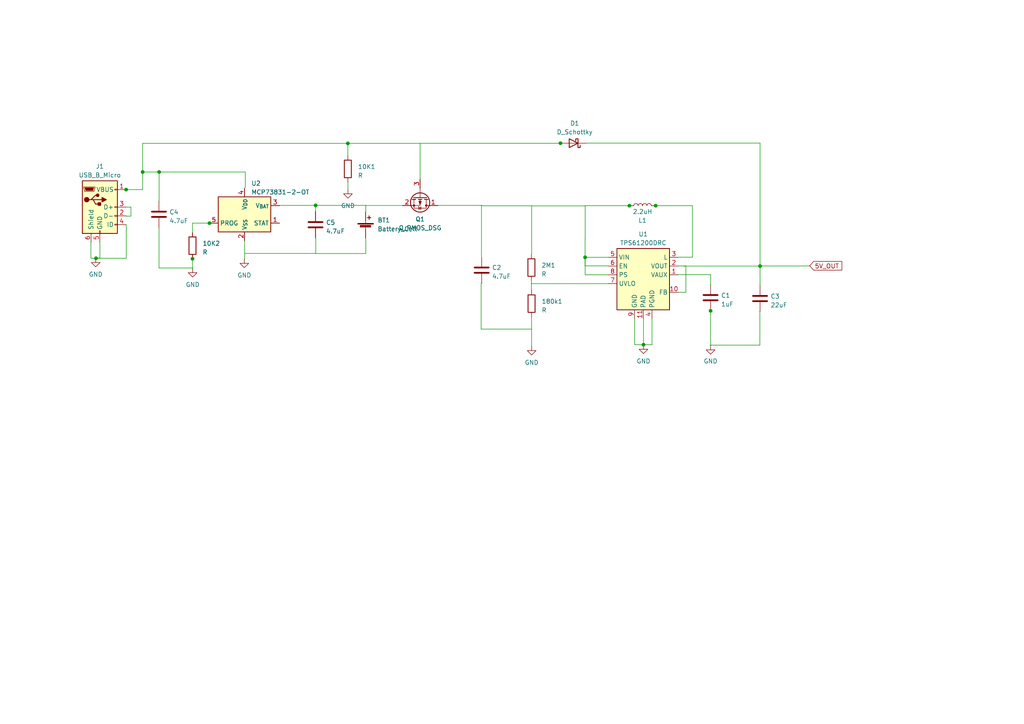
<source format=kicad_sch>
(kicad_sch (version 20230121) (generator eeschema)
  (paper "A4")
  (lib_symbols
    (symbol "Battery_Management:MCP73831-2-OT"
      (property "Reference" "U" (at -7.62 6.35 0))
      (property "Value" "MCP73831-2-OT" (at 1.27 6.35 0))
      (symbol "MCP73831-2-OT_0_1"
        (rectangle (start -7.62 5.08) (end 7.62 -5.08) (stroke (width 0.254)) (fill (type background)))
      )
      (symbol "MCP73831-2-OT_1_1"
        (pin output line (at 10.16 -2.54 180) (length 2.54) (name "STAT") (number "1"))
        (pin power_in line (at 0 -7.62 90) (length 2.54) (name "V_{SS}") (number "2"))
        (pin power_out line (at 10.16 2.54 180) (length 2.54) (name "V_{BAT}") (number "3"))
        (pin power_in line (at 0 7.62 270) (length 2.54) (name "V_{DD}") (number "4"))
        (pin input line (at -10.16 -2.54 0) (length 2.54) (name "PROG") (number "5"))
      )
    )
    (symbol "Connector:USB_B_Micro" (pin_names (offset 1.016))
      (property "Reference" "J" (at -5.08 11.43 0))
      (property "Value" "USB_B_Micro" (at -5.08 8.89 0))
      (symbol "USB_B_Micro_0_1"
        (rectangle (start -5.08 -7.62) (end 5.08 7.62) (stroke (width 0.254)) (fill (type background)))
        (circle (center -3.81 2.159) (radius 0.635) (stroke (width 0.254)) (fill (type outline)))
        (circle (center -0.635 3.429) (radius 0.381) (stroke (width 0.254)) (fill (type outline)))
        (rectangle (start -0.127 -7.62) (end 0.127 -6.858))
        (polyline (pts (xy -1.905 2.159) (xy 0.635 2.159)) (stroke (width 0.254)))
        (polyline (pts (xy -3.175 2.159) (xy -2.54 2.159) (xy -1.27 3.429) (xy -0.635 3.429)) (stroke (width 0.254)))
        (polyline (pts (xy -2.54 2.159) (xy -1.905 2.159) (xy -1.27 0.889) (xy 0 0.889)) (stroke (width 0.254)))
        (polyline (pts (xy 0.635 2.794) (xy 0.635 1.524) (xy 1.905 2.159) (xy 0.635 2.794)) (stroke (width 0.254)) (fill (type outline)))
        (polyline (pts (xy -4.318 5.588) (xy -1.778 5.588) (xy -2.032 4.826) (xy -4.064 4.826) (xy -4.318 5.588)) (fill (type outline)))
        (polyline (pts (xy -4.699 5.842) (xy -4.699 5.588) (xy -4.445 4.826) (xy -4.445 4.572) (xy -1.651 4.572) (xy -1.651 4.826) (xy -1.397 5.588) (xy -1.397 5.842) (xy -4.699 5.842)))
        (rectangle (start 0.254 1.27) (end -0.508 0.508) (stroke (width 0.254)) (fill (type outline)))
        (rectangle (start 5.08 -5.207) (end 4.318 -4.953))
        (rectangle (start 5.08 -2.667) (end 4.318 -2.413))
        (rectangle (start 5.08 -0.127) (end 4.318 0.127))
        (rectangle (start 5.08 4.953) (end 4.318 5.207))
      )
      (symbol "USB_B_Micro_1_1"
        (pin power_out line (at 7.62 5.08 180) (length 2.54) (name "VBUS") (number "1"))
        (pin bidirectional line (at 7.62 -2.54 180) (length 2.54) (name "D-") (number "2"))
        (pin bidirectional line (at 7.62 0 180) (length 2.54) (name "D+") (number "3"))
        (pin passive line (at 7.62 -5.08 180) (length 2.54) (name "ID") (number "4"))
        (pin power_out line (at 0 -10.16 90) (length 2.54) (name "GND") (number "5"))
        (pin passive line (at -2.54 -10.16 90) (length 2.54) (name "Shield") (number "6"))
      )
    )
    (symbol "Device:Battery_Cell" (pin_numbers hide) (pin_names (offset 0) hide)
      (property "Reference" "BT" (at 2.54 2.54 0))
      (property "Value" "Battery_Cell" (at 2.54 0 0))
      (symbol "Battery_Cell_0_1"
        (rectangle (start -2.286 1.778) (end 2.286 1.524) (fill (type outline)))
        (rectangle (start -1.5748 1.1938) (end 1.4732 0.6858) (fill (type outline)))
        (polyline (pts (xy 0 0.762) (xy 0 0)))
        (polyline (pts (xy 0 1.778) (xy 0 2.54)))
        (polyline (pts (xy 0.508 3.429) (xy 1.524 3.429)) (stroke (width 0.254)))
        (polyline (pts (xy 1.016 3.937) (xy 1.016 2.921)) (stroke (width 0.254)))
      )
      (symbol "Battery_Cell_1_1"
        (pin passive line (at 0 5.08 270) (length 2.54) (name "+") (number "1"))
        (pin passive line (at 0 -2.54 90) (length 2.54) (name "-") (number "2"))
      )
    )
    (symbol "Device:C" (pin_numbers hide) (pin_names (offset 0.254))
      (property "Reference" "C" (at 0.635 2.54 0))
      (property "Value" "C" (at 0.635 -2.54 0))
      (symbol "C_0_1"
        (polyline (pts (xy -2.032 -0.762) (xy 2.032 -0.762)) (stroke (width 0.508)))
        (polyline (pts (xy -2.032 0.762) (xy 2.032 0.762)) (stroke (width 0.508)))
      )
      (symbol "C_1_1"
        (pin passive line (at 0 3.81 270) (length 2.794) (name "~") (number "1"))
        (pin passive line (at 0 -3.81 90) (length 2.794) (name "~") (number "2"))
      )
    )
    (symbol "Device:D_Schottky" (pin_numbers hide) (pin_names (offset 1.016) hide)
      (property "Reference" "D" (at 0 2.54 0))
      (property "Value" "D_Schottky" (at 0 -2.54 0))
      (symbol "D_Schottky_0_1"
        (polyline (pts (xy 1.27 0) (xy -1.27 0)))
        (polyline (pts (xy 1.27 1.27) (xy 1.27 -1.27) (xy -1.27 0) (xy 1.27 1.27)) (stroke (width 0.254)))
        (polyline (pts (xy -1.905 0.635) (xy -1.905 1.27) (xy -1.27 1.27) (xy -1.27 -1.27) (xy -0.635 -1.27) (xy -0.635 -0.635)) (stroke (width 0.254)))
      )
      (symbol "D_Schottky_1_1"
        (pin passive line (at -3.81 0 0) (length 2.54) (name "K") (number "1"))
        (pin passive line (at 3.81 0 180) (length 2.54) (name "A") (number "2"))
      )
    )
    (symbol "Device:L" (pin_numbers hide) (pin_names (offset 1.016) hide)
      (property "Reference" "L" (at -1.27 0 90))
      (property "Value" "L" (at 1.905 0 90))
      (symbol "L_0_1"
        (arc (start 0 -2.54) (mid 0.6323 -1.905) (end 0 -1.27))
        (arc (start 0 -1.27) (mid 0.6323 -0.635) (end 0 0))
        (arc (start 0 0) (mid 0.6323 0.635) (end 0 1.27))
        (arc (start 0 1.27) (mid 0.6323 1.905) (end 0 2.54))
      )
      (symbol "L_1_1"
        (pin passive line (at 0 3.81 270) (length 1.27) (name "1") (number "1"))
        (pin passive line (at 0 -3.81 90) (length 1.27) (name "2") (number "2"))
      )
    )
    (symbol "Device:Q_PMOS_DSG" (pin_names (offset 0) hide)
      (property "Reference" "Q" (at 5.08 1.27 0))
      (property "Value" "Q_PMOS_DSG" (at 5.08 -1.27 0))
      (symbol "Q_PMOS_DSG_0_1"
        (polyline (pts (xy 0.254 0) (xy -2.54 0)))
        (polyline (pts (xy 0.254 1.905) (xy 0.254 -1.905)) (stroke (width 0.254)))
        (polyline (pts (xy 0.762 -1.27) (xy 0.762 -2.286)) (stroke (width 0.254)))
        (polyline (pts (xy 0.762 0.508) (xy 0.762 -0.508)) (stroke (width 0.254)))
        (polyline (pts (xy 0.762 2.286) (xy 0.762 1.27)) (stroke (width 0.254)))
        (polyline (pts (xy 2.54 2.54) (xy 2.54 1.778)))
        (polyline (pts (xy 2.54 -2.54) (xy 2.54 0) (xy 0.762 0)))
        (polyline (pts (xy 0.762 1.778) (xy 3.302 1.778) (xy 3.302 -1.778) (xy 0.762 -1.778)))
        (polyline (pts (xy 2.286 0) (xy 1.27 0.381) (xy 1.27 -0.381) (xy 2.286 0)) (fill (type outline)))
        (polyline (pts (xy 2.794 -0.508) (xy 2.921 -0.381) (xy 3.683 -0.381) (xy 3.81 -0.254)))
        (polyline (pts (xy 3.302 -0.381) (xy 2.921 0.254) (xy 3.683 0.254) (xy 3.302 -0.381)))
        (circle (center 1.651 0) (radius 2.794) (stroke (width 0.254)))
        (circle (center 2.54 -1.778) (radius 0.254) (fill (type outline)))
        (circle (center 2.54 1.778) (radius 0.254) (fill (type outline)))
      )
      (symbol "Q_PMOS_DSG_1_1"
        (pin passive line (at 2.54 5.08 270) (length 2.54) (name "D") (number "1"))
        (pin passive line (at 2.54 -5.08 90) (length 2.54) (name "S") (number "2"))
        (pin input line (at -5.08 0 0) (length 2.54) (name "G") (number "3"))
      )
    )
    (symbol "Device:R" (pin_numbers hide) (pin_names (offset 0))
      (property "Reference" "R" (at 2.032 0 90))
      (property "Value" "R" (at 0 0 90))
      (symbol "R_0_1"
        (rectangle (start -1.016 -2.54) (end 1.016 2.54) (stroke (width 0.254)))
      )
      (symbol "R_1_1"
        (pin passive line (at 0 3.81 270) (length 1.27) (name "~") (number "1"))
        (pin passive line (at 0 -3.81 90) (length 1.27) (name "~") (number "2"))
      )
    )
    (symbol "Regulator_Switching:TPS61200DRC"
      (property "Reference" "U" (at -10.16 8.89 0))
      (property "Value" "TPS61200DRC" (at -2.54 8.89 0))
      (symbol "TPS61200DRC_0_1"
        (rectangle (start -7.62 7.62) (end 7.62 -10.16) (stroke (width 0.254)) (fill (type background)))
      )
      (symbol "TPS61200DRC_1_1"
        (pin bidirectional line (at 10.16 0 180) (length 2.54) (name "VAUX") (number "1"))
        (pin input line (at 10.16 -5.08 180) (length 2.54) (name "FB") (number "10"))
        (pin power_in line (at 0 -12.7 90) (length 2.54) (name "PAD") (number "11"))
        (pin power_out line (at 10.16 2.54 180) (length 2.54) (name "VOUT") (number "2"))
        (pin input line (at 10.16 5.08 180) (length 2.54) (name "L") (number "3"))
        (pin power_in line (at 2.54 -12.7 90) (length 2.54) (name "PGND") (number "4"))
        (pin power_in line (at -10.16 5.08 0) (length 2.54) (name "VIN") (number "5"))
        (pin input line (at -10.16 2.54 0) (length 2.54) (name "EN") (number "6"))
        (pin input line (at -10.16 -2.54 0) (length 2.54) (name "UVLO") (number "7"))
        (pin input line (at -10.16 0 0) (length 2.54) (name "PS") (number "8"))
        (pin power_in line (at -2.54 -12.7 90) (length 2.54) (name "GND") (number "9"))
      )
    )
    (symbol "power:GND" (power) (pin_names (offset 0))
      (property "Value" "GND" (at 0 -3.81 0))
      (symbol "GND_0_1"
        (polyline (pts (xy 0 0) (xy 0 -1.27) (xy 1.27 -1.27) (xy 0 -2.54) (xy -1.27 -1.27) (xy 0 -1.27)))
      )
      (symbol "GND_1_1"
        (pin power_in line (at 0 0 270) (length 0) hide (name "GND") (number "1"))
      )
    )
  )
  (junction (at 27.8384 74.9046))
  (junction (at 46.1518 49.8856))
  (junction (at 41.3766 49.8856))
  (junction (at 169.6974 74.6252))
  (junction (at 100.8888 41.5798))
  (junction (at 220.4466 77.1652))
  (junction (at 190.1698 59.6646))
  (junction (at 55.8292 75.057))
  (junction (at 60.7568 64.7192))
  (junction (at 162.56 41.529))
  (junction (at 186.6392 99.9744))
  (junction (at 206.0956 90.1446))
  (junction (at 36.576 54.991))
  (junction (at 182.5498 59.6646))
  (junction (at 91.5416 59.563))
  (wire (pts (xy 71.1454 54.4322) (xy 71.1454 49.8856)))
  (wire (pts (xy 55.8292 64.7192) (xy 60.7568 64.7192)))
  (wire (pts (xy 186.6392 99.949) (xy 186.6392 99.9744)))
  (wire (pts (xy 70.8914 75.1078) (xy 70.9422 75.1078)))
  (wire (pts (xy 41.3766 49.8856) (xy 46.1518 49.8856)))
  (wire (pts (xy 169.7228 69.3166) (xy 169.7228 59.6646)))
  (wire (pts (xy 169.7228 59.6646) (xy 182.5498 59.6646)))
  (wire (pts (xy 139.5476 82.0674) (xy 139.5476 95.4532)))
  (wire (pts (xy 206.0956 90.1446) (xy 206.0956 100.1268)))
  (wire (pts (xy 234.7976 77.1398) (xy 234.7976 77.0636)))
  (wire (pts (xy 55.9562 75.0316) (xy 55.9562 75.1332)))
  (wire (pts (xy 46.1518 49.8856) (xy 71.1454 49.8856)))
  (wire (pts (xy 154.2034 73.7616) (xy 154.2034 59.7154)))
  (wire (pts (xy 36.576 54.991) (xy 41.3766 54.991)))
  (wire (pts (xy 220.3958 100.1014) (xy 206.121 100.1014)))
  (wire (pts (xy 234.7722 77.0636) (xy 234.7976 77.0636)))
  (wire (pts (xy 41.3766 41.5798) (xy 100.8888 41.5798)))
  (wire (pts (xy 106.0958 73.533) (xy 91.5416 73.533)))
  (wire (pts (xy 27.8384 74.9046) (xy 36.6268 74.9046)))
  (wire (pts (xy 170.2308 41.5036) (xy 220.4466 41.5036)))
  (wire (pts (xy 55.9562 75.1332) (xy 55.9054 75.1332)))
  (wire (pts (xy 27.8384 74.8284) (xy 27.8384 74.9046)))
  (wire (pts (xy 106.0958 61.5188) (xy 106.0958 59.563)))
  (wire (pts (xy 55.8038 77.851) (xy 55.8292 77.851)))
  (wire (pts (xy 196.6976 77.1398) (xy 198.9328 77.1398)))
  (wire (pts (xy 55.8292 75.057) (xy 55.8292 77.851)))
  (wire (pts (xy 190.1698 59.6646) (xy 200.8378 59.6646)))
  (wire (pts (xy 169.6974 77.1144) (xy 169.6974 74.6252)))
  (wire (pts (xy 169.6974 74.6252) (xy 176.3522 74.6252)))
  (wire (pts (xy 55.9054 75.0316) (xy 55.9562 75.0316)))
  (wire (pts (xy 196.723 79.6544) (xy 206.121 79.6544)))
  (wire (pts (xy 46.1264 77.724) (xy 55.9054 77.724)))
  (wire (pts (xy 55.8292 67.3354) (xy 55.8292 64.7192)))
  (wire (pts (xy 200.8378 74.5998) (xy 200.8378 59.6646)))
  (wire (pts (xy 37.973 60.071) (xy 37.973 62.6872)))
  (wire (pts (xy 176.4538 82.2706) (xy 154.178 82.2706)))
  (wire (pts (xy 28.9814 74.8538) (xy 27.7622 74.8538)))
  (wire (pts (xy 154.2034 59.7154) (xy 169.8752 59.7154)))
  (wire (pts (xy 36.6014 62.6872) (xy 36.6014 62.738)))
  (wire (pts (xy 220.472 77.1398) (xy 234.7976 77.1398)))
  (wire (pts (xy 184.0738 92.3798) (xy 184.0738 99.9744)))
  (wire (pts (xy 121.8438 41.5544) (xy 162.56 41.5544)))
  (wire (pts (xy 169.6974 69.342) (xy 169.6974 74.6252)))
  (wire (pts (xy 28.9814 70.0786) (xy 28.9814 74.8538)))
  (wire (pts (xy 205.9686 100.1268) (xy 205.9686 100.076)))
  (wire (pts (xy 41.3766 49.8856) (xy 41.3766 41.5798)))
  (wire (pts (xy 139.6492 74.3966) (xy 139.6492 59.69)))
  (wire (pts (xy 154.1272 84.2518) (xy 154.1526 84.2518)))
  (wire (pts (xy 206.0702 82.6008) (xy 206.121 82.6008)))
  (wire (pts (xy 154.1272 81.4578) (xy 154.1272 84.2518)))
  (wire (pts (xy 26.3652 74.9046) (xy 27.8384 74.9046)))
  (wire (pts (xy 46.1518 58.3184) (xy 46.1518 49.8856)))
  (wire (pts (xy 106.0704 59.5884) (xy 106.0704 59.5376)))
  (wire (pts (xy 206.121 79.6544) (xy 206.121 82.6008)))
  (wire (pts (xy 176.3776 77.1144) (xy 169.6974 77.1144)))
  (wire (pts (xy 70.9422 69.7738) (xy 70.9422 75.1078)))
  (wire (pts (xy 91.5416 59.563) (xy 106.0958 59.563)))
  (wire (pts (xy 182.6768 59.6138) (xy 182.6768 59.6646)))
  (wire (pts (xy 189.103 92.4052) (xy 189.103 99.9744)))
  (wire (pts (xy 139.6492 59.69) (xy 154.305 59.69)))
  (wire (pts (xy 81.1022 59.563) (xy 91.5416 59.563)))
  (wire (pts (xy 26.3652 70.1294) (xy 26.3652 74.9046)))
  (wire (pts (xy 100.8888 52.6796) (xy 100.9142 52.6796)))
  (wire (pts (xy 126.9238 59.563) (xy 139.7 59.563)))
  (wire (pts (xy 106.0958 69.1642) (xy 106.0958 73.533)))
  (wire (pts (xy 154.178 91.8972) (xy 154.178 100.4316)))
  (wire (pts (xy 100.8888 41.5798) (xy 121.8438 41.5798)))
  (wire (pts (xy 162.56 41.5036) (xy 162.56 41.529)))
  (wire (pts (xy 126.8984 59.6138) (xy 126.9492 59.6138)))
  (wire (pts (xy 206.0956 90.1192) (xy 206.0956 90.1446)))
  (wire (pts (xy 36.6014 60.071) (xy 37.973 60.071)))
  (wire (pts (xy 184.0738 99.9744) (xy 186.6392 99.9744)))
  (wire (pts (xy 162.56 41.529) (xy 162.56 41.5544)))
  (wire (pts (xy 190.0174 59.6646) (xy 190.1698 59.6646)))
  (wire (pts (xy 116.7638 59.5884) (xy 106.0704 59.5884)))
  (wire (pts (xy 60.7568 64.7192) (xy 60.8076 64.7192)))
  (wire (pts (xy 186.6392 99.9236) (xy 186.5122 99.9236)))
  (wire (pts (xy 126.9492 59.4868) (xy 126.9492 59.6138)))
  (wire (pts (xy 198.9328 84.7852) (xy 198.9328 77.1398)))
  (wire (pts (xy 169.7228 79.7052) (xy 169.7228 74.7522)))
  (wire (pts (xy 196.7992 84.7852) (xy 198.9328 84.7852)))
  (wire (pts (xy 206.0956 100.1268) (xy 205.9686 100.1268)))
  (wire (pts (xy 220.4466 77.1652) (xy 220.4466 82.7278)))
  (wire (pts (xy 91.5924 69.0372) (xy 91.5924 73.5076)))
  (wire (pts (xy 176.3522 79.7052) (xy 169.7228 79.7052)))
  (wire (pts (xy 100.9142 54.9148) (xy 100.9142 52.6796)))
  (wire (pts (xy 55.8292 74.9808) (xy 55.8292 75.057)))
  (wire (pts (xy 41.3766 54.991) (xy 41.3766 49.8856)))
  (wire (pts (xy 36.6268 65.1256) (xy 36.6268 74.9046)))
  (wire (pts (xy 139.7 59.563) (xy 139.7 59.6392)))
  (wire (pts (xy 139.5476 95.4532) (xy 154.2034 95.4532)))
  (wire (pts (xy 196.7484 74.5998) (xy 200.8378 74.5998)))
  (wire (pts (xy 176.3522 74.5998) (xy 176.3522 74.6252)))
  (wire (pts (xy 37.973 62.6872) (xy 36.6014 62.6872)))
  (wire (pts (xy 81.1022 59.563) (xy 81.1022 59.6138)))
  (wire (pts (xy 91.5924 73.5076) (xy 71.0184 73.5076)))
  (wire (pts (xy 121.8438 51.9938) (xy 121.8438 41.5798)))
  (wire (pts (xy 220.3958 90.2716) (xy 220.3958 100.1014)))
  (wire (pts (xy 189.103 99.9744) (xy 186.6392 99.9744)))
  (wire (pts (xy 46.1264 65.9892) (xy 46.1264 77.724)))
  (wire (pts (xy 36.5506 54.991) (xy 36.576 54.991)))
  (wire (pts (xy 55.9054 75.1332) (xy 55.9054 75.0316)))
  (wire (pts (xy 182.5498 59.6646) (xy 182.6768 59.6646)))
  (wire (pts (xy 100.8888 41.5798) (xy 100.8888 45.1358)))
  (wire (pts (xy 220.4466 41.5036) (xy 220.4466 77.1652)))
  (wire (pts (xy 154.178 82.2706) (xy 154.178 82.1944)))
  (wire (pts (xy 220.4466 77.1652) (xy 198.3486 77.1652)))
  (wire (pts (xy 186.6392 92.4052) (xy 186.6392 99.9236)))
  (wire (pts (xy 91.5416 61.4934) (xy 91.5416 59.563)))
  (global_label "5V_OUT" (shape input) (at 234.8484 77.089 0) (property "Intersheetrefs" "${INTERSHEET_REFS}" (effects hide)))
  (symbol (lib_id "Device:R") (at 154.1272 77.597 0) (unit 1)
    (property "Reference" "2M1" (at 157.0228 76.962 0) (effects (justify left)))
    (property "Value" "R" (at 157.0228 79.502 0) (effects (justify left)))
  )
  (symbol (lib_id "power:GND") (at 206.0956 100.203 0) (unit 1)
    (property "Reference" "#PWR02" (effects hide))
    (property "Value" "GND" (at 206.0956 104.7496 0))
  )
  (symbol (lib_id "Device:Q_PMOS_DSG") (at 121.8438 57.0738 270) (unit 1)
    (property "Reference" "Q1" (at 121.8438 63.5762 90))
    (property "Value" "Q_PMOS_DSG" (at 121.8438 66.1162 90))
  )
  (symbol (lib_id "power:GND") (at 100.9142 54.9402 0) (unit 1)
    (property "Reference" "#PWR07" (effects hide))
    (property "Value" "GND" (at 100.9142 59.6646 0))
  )
  (symbol (lib_id "Device:R") (at 154.178 88.0618 0) (unit 1)
    (property "Reference" "180k1" (at 157.0736 87.4268 0) (effects (justify left)))
    (property "Value" "R" (at 157.0736 89.9668 0) (effects (justify left)))
  )
  (symbol (lib_id "power:GND") (at 27.7622 74.8538 0) (unit 1)
    (property "Reference" "#PWR04" (effects hide))
    (property "Value" "GND" (at 27.7622 79.5782 0))
  )
  (symbol (lib_id "Device:C") (at 46.101 62.1538 0) (unit 1)
    (property "Reference" "C4" (at 49.1236 61.5188 0) (effects (justify left)))
    (property "Value" "4.7uF" (at 49.1236 64.0588 0) (effects (justify left)))
  )
  (symbol (lib_id "Device:C") (at 206.0956 86.3346 0) (unit 1)
    (property "Reference" "C1" (at 209.1182 85.6996 0) (effects (justify left)))
    (property "Value" "1uF" (at 209.1182 88.2396 0) (effects (justify left)))
  )
  (symbol (lib_id "power:GND") (at 186.6392 100.0252 0) (unit 1)
    (property "Reference" "#PWR01" (effects hide))
    (property "Value" "GND" (at 186.6392 104.7496 0))
  )
  (symbol (lib_id "power:GND") (at 154.2034 100.4316 0) (unit 1)
    (property "Reference" "#PWR03" (effects hide))
    (property "Value" "GND" (at 154.2034 105.156 0))
  )
  (symbol (lib_id "Connector:USB_B_Micro") (at 28.956 60.071 0) (unit 1)
    (property "Reference" "J1" (at 28.956 48.26 0))
    (property "Value" "USB_B_Micro" (at 28.956 50.8 0))
  )
  (symbol (lib_id "Device:L") (at 186.3598 59.6646 270) (mirror x) (unit 1)
    (property "Reference" "L1" (at 186.3598 63.9318 90))
    (property "Value" "2.2uH" (at 186.3598 61.3918 90))
  )
  (symbol (lib_id "Battery_Management:MCP73831-2-OT") (at 70.9168 62.1792 0) (unit 1)
    (property "Reference" "U2" (at 72.8727 53.1876 0) (effects (justify left)))
    (property "Value" "MCP73831-2-OT" (at 72.8727 55.7276 0) (effects (justify left)))
    (property "Footprint" "Package_TO_SOT_SMD:SOT-23-5" (effects hide))
    (property "Datasheet" "http://ww1.microchip.com/downloads/en/DeviceDoc/20001984g.pdf" (effects hide))
  )
  (symbol (lib_id "power:GND") (at 70.866 75.1078 0) (unit 1)
    (property "Reference" "#PWR05" (effects hide))
    (property "Value" "GND" (at 70.866 79.8322 0))
  )
  (symbol (lib_id "Device:C") (at 220.4466 86.5886 0) (unit 1)
    (property "Reference" "C3" (at 223.4692 85.9536 0) (effects (justify left)))
    (property "Value" "22uF" (at 223.4692 88.4936 0) (effects (justify left)))
  )
  (symbol (lib_id "Device:R") (at 100.8888 48.9966 0) (unit 1)
    (property "Reference" "10K1" (at 103.7844 48.3616 0) (effects (justify left)))
    (property "Value" "R" (at 103.7844 50.9016 0) (effects (justify left)))
  )
  (symbol (lib_id "Device:R") (at 55.8292 71.247 0) (unit 1)
    (property "Reference" "10K2" (at 58.7248 70.612 0) (effects (justify left)))
    (property "Value" "R" (at 58.7248 73.152 0) (effects (justify left)))
  )
  (symbol (lib_id "power:GND") (at 55.88 77.8256 0) (unit 1)
    (property "Reference" "#PWR06" (effects hide))
    (property "Value" "GND" (at 55.88 82.55 0))
  )
  (symbol (lib_id "Device:C") (at 139.7 78.359 0) (unit 1)
    (property "Reference" "C2" (at 142.6972 77.6224 0) (effects (justify left)))
    (property "Value" "4.7uF" (at 142.6972 80.1624 0) (effects (justify left)))
  )
  (symbol (lib_id "Device:D_Schottky") (at 166.37 41.529 180) (unit 1)
    (property "Reference" "D1" (at 166.6875 35.7632 0))
    (property "Value" "D_Schottky" (at 166.6875 38.3032 0))
  )
  (symbol (lib_id "Regulator_Switching:TPS61200DRC") (at 186.563 79.7052 0) (unit 1)
    (property "Reference" "U1" (at 186.563 67.9196 0))
    (property "Value" "TPS61200DRC" (at 186.563 70.4596 0))
    (property "Footprint" "Package_SON:Texas_S-PVSON-N10_ThermalVias" (effects hide))
    (property "Datasheet" "http://www.ti.com/lit/ds/symlink/tps61200.pdf" (effects hide))
  )
  (symbol (lib_id "Device:C") (at 91.5162 65.1764 0) (unit 1)
    (property "Reference" "C5" (at 94.5388 64.5414 0) (effects (justify left)))
    (property "Value" "4.7uF" (at 94.5388 67.0814 0) (effects (justify left)))
  )
  (symbol (lib_id "Device:Battery_Cell") (at 106.045 66.548 0) (unit 1)
    (property "Reference" "BT1" (at 109.4994 63.881 0) (effects (justify left)))
    (property "Value" "Battery_Cell" (at 109.4994 66.421 0) (effects (justify left)))
  )
)
</source>
